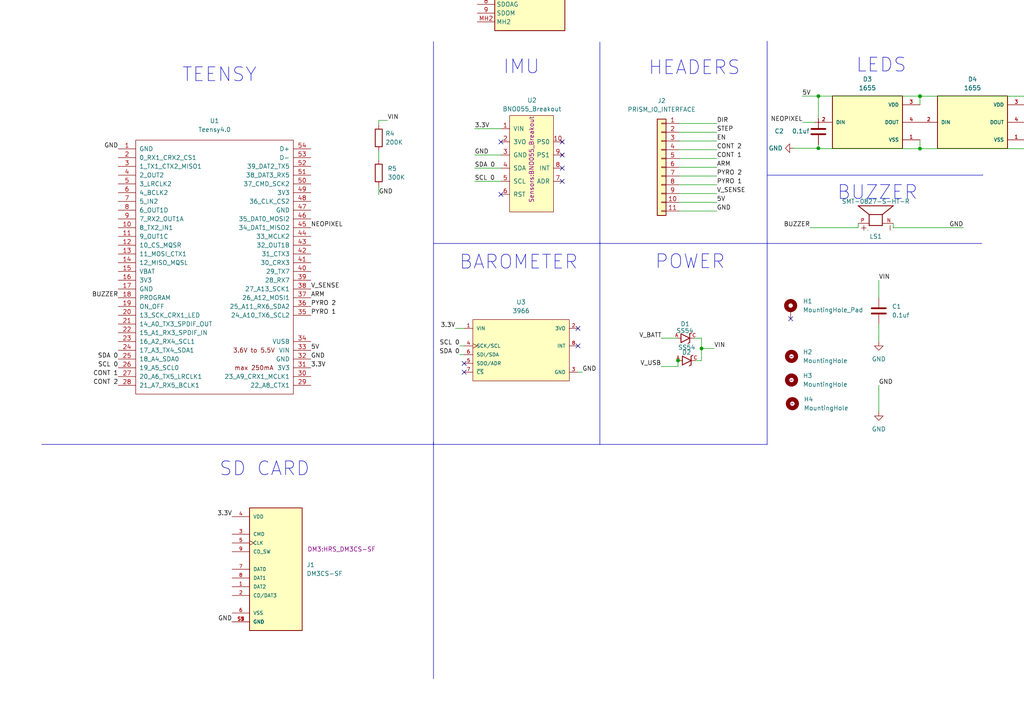
<source format=kicad_sch>
(kicad_sch (version 20230121) (generator eeschema)
  (paper "A4")
  (lib_symbols
    (symbol "BMP388:3966" (pin_names (offset 1.016))
      (property "Reference" "MD" (at 0 5.08 0))
      (property "Value" "3966" (at 0 7.62 0))
      (symbol "3966_1_1"
        (rectangle (start 5.08 2.54) (end 33.02 -15.24) (fill (type background)))
        (pin power_in line (at 2.54 0 0) (length 2.54) (name "VIN") (number "1"))
        (pin power_in line (at 35.56 0 180) (length 2.54) (name "3VO") (number "2"))
        (pin power_in line (at 35.56 -12.7 180) (length 2.54) (name "GND") (number "3"))
        (pin input clock (at 2.54 -5.08 0) (length 2.54) (name "SCK/SCL") (number "4"))
        (pin bidirectional line (at 2.54 -10.16 0) (length 2.54) (name "SDO/ADR") (number "5"))
        (pin bidirectional line (at 2.54 -7.62 0) (length 2.54) (name "SDI/SDA") (number "6"))
        (pin input line (at 2.54 -12.7 0) (length 2.54) (name "~{CS}") (number "7"))
        (pin output line (at 35.56 -5.08 180) (length 2.54) (name "INT") (number "8"))
      )
    )
    (symbol "Connector_Generic:Conn_01x11" (pin_names (offset 1.016) hide)
      (property "Reference" "J" (at 0 15.24 0))
      (property "Value" "Conn_01x11" (at 0 -15.24 0))
      (symbol "Conn_01x11_1_1"
        (rectangle (start -1.27 -12.573) (end 0 -12.827) (stroke (width 0.1524)))
        (rectangle (start -1.27 -10.033) (end 0 -10.287) (stroke (width 0.1524)))
        (rectangle (start -1.27 -7.493) (end 0 -7.747) (stroke (width 0.1524)))
        (rectangle (start -1.27 -4.953) (end 0 -5.207) (stroke (width 0.1524)))
        (rectangle (start -1.27 -2.413) (end 0 -2.667) (stroke (width 0.1524)))
        (rectangle (start -1.27 0.127) (end 0 -0.127) (stroke (width 0.1524)))
        (rectangle (start -1.27 2.667) (end 0 2.413) (stroke (width 0.1524)))
        (rectangle (start -1.27 5.207) (end 0 4.953) (stroke (width 0.1524)))
        (rectangle (start -1.27 7.747) (end 0 7.493) (stroke (width 0.1524)))
        (rectangle (start -1.27 10.287) (end 0 10.033) (stroke (width 0.1524)))
        (rectangle (start -1.27 12.827) (end 0 12.573) (stroke (width 0.1524)))
        (rectangle (start -1.27 13.97) (end 1.27 -13.97) (stroke (width 0.254)) (fill (type background)))
        (pin passive line (at -5.08 12.7 0) (length 3.81) (name "Pin_1") (number "1"))
        (pin passive line (at -5.08 -10.16 0) (length 3.81) (name "Pin_10") (number "10"))
        (pin passive line (at -5.08 -12.7 0) (length 3.81) (name "Pin_11") (number "11"))
        (pin passive line (at -5.08 10.16 0) (length 3.81) (name "Pin_2") (number "2"))
        (pin passive line (at -5.08 7.62 0) (length 3.81) (name "Pin_3") (number "3"))
        (pin passive line (at -5.08 5.08 0) (length 3.81) (name "Pin_4") (number "4"))
        (pin passive line (at -5.08 2.54 0) (length 3.81) (name "Pin_5") (number "5"))
        (pin passive line (at -5.08 0 0) (length 3.81) (name "Pin_6") (number "6"))
        (pin passive line (at -5.08 -2.54 0) (length 3.81) (name "Pin_7") (number "7"))
        (pin passive line (at -5.08 -5.08 0) (length 3.81) (name "Pin_8") (number "8"))
        (pin passive line (at -5.08 -7.62 0) (length 3.81) (name "Pin_9") (number "9"))
      )
    )
    (symbol "DM3:DM3CS-SF" (pin_names (offset 1.016))
      (property "Reference" "J" (at -7.6282 19.0976 0))
      (property "Value" "DM3CS-SF" (at -7.6357 -21.1508 0))
      (symbol "DM3CS-SF_0_0"
        (rectangle (start -7.62 -17.78) (end 7.62 17.78) (stroke (width 0.254)) (fill (type background)))
        (pin passive line (at -12.7 -5.08 0) (length 5.08) (name "DAT2") (number "1"))
        (pin passive line (at -12.7 -7.62 0) (length 5.08) (name "CD/DAT3") (number "2"))
        (pin passive line (at -12.7 10.16 0) (length 5.08) (name "CMD") (number "3"))
        (pin passive line (at -12.7 15.24 0) (length 5.08) (name "VDD") (number "4"))
        (pin passive clock (at -12.7 7.62 0) (length 5.08) (name "CLK") (number "5"))
        (pin passive line (at -12.7 -12.7 0) (length 5.08) (name "VSS") (number "6"))
        (pin passive line (at -12.7 0 0) (length 5.08) (name "DAT0") (number "7"))
        (pin passive line (at -12.7 -2.54 0) (length 5.08) (name "DAT1") (number "8"))
        (pin passive line (at -12.7 5.08 0) (length 5.08) (name "CD_SW") (number "9"))
        (pin passive line (at -12.7 -15.24 0) (length 5.08) (name "GND") (number "S1"))
        (pin passive line (at -12.7 -15.24 0) (length 5.08) (name "GND") (number "S2"))
        (pin passive line (at -12.7 -15.24 0) (length 5.08) (name "GND") (number "S3"))
        (pin passive line (at -12.7 -15.24 0) (length 5.08) (name "GND") (number "S5"))
      )
    )
    (symbol "Device:C" (pin_numbers hide) (pin_names (offset 0.254))
      (property "Reference" "C" (at 0.635 2.54 0))
      (property "Value" "C" (at 0.635 -2.54 0))
      (symbol "C_0_1"
        (polyline (pts (xy -2.032 -0.762) (xy 2.032 -0.762)) (stroke (width 0.508)))
        (polyline (pts (xy -2.032 0.762) (xy 2.032 0.762)) (stroke (width 0.508)))
      )
      (symbol "C_1_1"
        (pin passive line (at 0 3.81 270) (length 2.794) (name "~") (number "1"))
        (pin passive line (at 0 -3.81 90) (length 2.794) (name "~") (number "2"))
      )
    )
    (symbol "Device:R" (pin_numbers hide) (pin_names (offset 0))
      (property "Reference" "R" (at 2.032 0 90))
      (property "Value" "R" (at 0 0 90))
      (symbol "R_0_1"
        (rectangle (start -1.016 -2.54) (end 1.016 2.54) (stroke (width 0.254)))
      )
      (symbol "R_1_1"
        (pin passive line (at 0 3.81 270) (length 1.27) (name "~") (number "1"))
        (pin passive line (at 0 -3.81 90) (length 1.27) (name "~") (number "2"))
      )
    )
    (symbol "Device:SMT-0827-S-HT-R" (pin_names (offset 1.016))
      (property "Reference" "LS" (at -1.27 6.35 0))
      (property "Value" "SMT-0827-S-HT-R" (at -8.89 -12.7 0))
      (symbol "SMT-0827-S-HT-R_0_0"
        (polyline (pts (xy -3.175 -1.905) (xy -2.54 -1.905)) (stroke (width 0.254)))
        (polyline (pts (xy -3.175 1.905) (xy -3.175 -1.905)) (stroke (width 0.254)))
        (polyline (pts (xy -3.175 1.905) (xy -2.54 1.905)) (stroke (width 0.254)))
        (polyline (pts (xy -2.54 -2.54) (xy -2.54 -1.905)) (stroke (width 0.1524)))
        (polyline (pts (xy -2.54 -1.905) (xy 0 -1.905)) (stroke (width 0.254)))
        (polyline (pts (xy -2.54 1.905) (xy 0 1.905)) (stroke (width 0.254)))
        (polyline (pts (xy -2.54 2.54) (xy -2.54 1.905)) (stroke (width 0.1524)))
        (polyline (pts (xy 0 -1.905) (xy 0 1.905)) (stroke (width 0.254)))
        (polyline (pts (xy 0 -1.905) (xy 2.54 -5.08)) (stroke (width 0.254)))
        (polyline (pts (xy 0 1.905) (xy 2.54 5.08)) (stroke (width 0.254)))
        (polyline (pts (xy 2.54 -5.08) (xy 2.54 5.08)) (stroke (width 0.254)))
        (text "+" (at -5.08 2.54 0) (effects (font (size 1.778 1.778)) (justify left bottom)))
        (text "-" (at -5.08 -5.08 0) (effects (font (size 1.778 1.778)) (justify left bottom)))
        (pin passive line (at -2.54 -5.08 90) (length 2.54) (name "~") (number "N"))
        (pin passive line (at -2.54 5.08 270) (length 2.54) (name "~") (number "P"))
      )
    )
    (symbol "LED:WS2812B" (pin_names (offset 0.254))
      (property "Reference" "D" (at 5.08 5.715 0))
      (property "Value" "WS2812B" (at 1.27 -5.715 0))
      (symbol "WS2812B_0_0"
        (text "RGB" (at 2.286 -4.191 0) (effects (font (size 0.762 0.762))))
      )
      (symbol "WS2812B_0_1"
        (polyline (pts (xy 1.27 -3.556) (xy 1.778 -3.556)))
        (polyline (pts (xy 1.27 -2.54) (xy 1.778 -2.54)))
        (polyline (pts (xy 4.699 -3.556) (xy 2.667 -3.556)))
        (polyline (pts (xy 2.286 -2.54) (xy 1.27 -3.556) (xy 1.27 -3.048)))
        (polyline (pts (xy 2.286 -1.524) (xy 1.27 -2.54) (xy 1.27 -2.032)))
        (polyline (pts (xy 3.683 -1.016) (xy 3.683 -3.556) (xy 3.683 -4.064)))
        (polyline (pts (xy 4.699 -1.524) (xy 2.667 -1.524) (xy 3.683 -3.556) (xy 4.699 -1.524)))
        (rectangle (start 5.08 5.08) (end -5.08 -5.08) (stroke (width 0.254)) (fill (type background)))
      )
      (symbol "WS2812B_1_1"
        (pin power_in line (at 0 7.62 270) (length 2.54) (name "VDD") (number "1"))
        (pin output line (at 7.62 0 180) (length 2.54) (name "DOUT") (number "2"))
        (pin power_in line (at 0 -7.62 90) (length 2.54) (name "VSS") (number "3"))
        (pin input line (at -7.62 0 0) (length 2.54) (name "DIN") (number "4"))
      )
    )
    (symbol "LSM9DS1:3387"
      (property "Reference" "J" (at 26.67 7.62 0))
      (property "Value" "3387" (at 26.67 5.08 0))
      (symbol "3387_1_1"
        (rectangle (start 5.08 2.54) (end 25.4 -27.94) (stroke (width 0.254)) (fill (type background)))
        (pin passive line (at 0 -2.54 0) (length 5.08) (name "VIN") (number "1"))
        (pin passive line (at 30.48 -12.7 180) (length 5.08) (name "INTM") (number "10"))
        (pin passive line (at 30.48 -10.16 180) (length 5.08) (name "DRDY") (number "11"))
        (pin passive line (at 30.48 -7.62 180) (length 5.08) (name "INT1") (number "12"))
        (pin passive line (at 30.48 -5.08 180) (length 5.08) (name "INT2") (number "13"))
        (pin passive line (at 30.48 -2.54 180) (length 5.08) (name "DEN") (number "14"))
        (pin passive line (at 0 -5.08 0) (length 5.08) (name "3V3") (number "2"))
        (pin passive line (at 0 -7.62 0) (length 5.08) (name "GND") (number "3"))
        (pin passive line (at 0 -10.16 0) (length 5.08) (name "SCL") (number "4"))
        (pin passive line (at 0 -12.7 0) (length 5.08) (name "SDA") (number "5"))
        (pin passive line (at 0 -15.24 0) (length 5.08) (name "CSAG") (number "6"))
        (pin passive line (at 0 -17.78 0) (length 5.08) (name "CSM") (number "7"))
        (pin passive line (at 0 -20.32 0) (length 5.08) (name "SDOAG") (number "8"))
        (pin passive line (at 0 -22.86 0) (length 5.08) (name "SDOM") (number "9"))
        (pin passive line (at 0 0 0) (length 5.08) (name "MH1") (number "MH1"))
        (pin passive line (at 0 -25.4 0) (length 5.08) (name "MH2") (number "MH2"))
        (pin passive line (at 30.48 -15.24 180) (length 5.08) (name "MH3") (number "MH3"))
        (pin passive line (at 30.48 0 180) (length 5.08) (name "MH4") (number "MH4"))
      )
    )
    (symbol "Mechanical:MountingHole" (pin_names (offset 1.016))
      (property "Reference" "H" (at 0 5.08 0))
      (property "Value" "MountingHole" (at 0 3.175 0))
      (symbol "MountingHole_0_1"
        (circle (center 0 0) (radius 1.27) (stroke (width 1.27)))
      )
    )
    (symbol "Mechanical:MountingHole_Pad" (pin_numbers hide) (pin_names (offset 1.016) hide)
      (property "Reference" "H" (at 0 6.35 0))
      (property "Value" "MountingHole_Pad" (at 0 4.445 0))
      (symbol "MountingHole_Pad_0_1"
        (circle (center 0 1.27) (radius 1.27) (stroke (width 1.27)))
      )
      (symbol "MountingHole_Pad_1_1"
        (pin input line (at 0 -2.54 90) (length 2.54) (name "1") (number "1"))
      )
    )
    (symbol "REV2_SPRING_2022-rescue:BNO055_Breakout-Sensors_2021_2022" (pin_names (offset 1.016))
      (property "Reference" "U2" (at 0.127 17.145 0))
      (property "Value" "BNO055_Breakout" (at 0.127 14.605 0))
      (symbol "BNO055_Breakout-Sensors_2021_2022_1_1"
        (rectangle (start -6.35 12.7) (end 6.35 -15.24) (fill (type background)))
        (pin power_in line (at -8.89 8.89 0) (length 2.54) (name "VIN") (number "1"))
        (pin no_connect line (at 8.89 5.08 180) (length 2.54) (name "PS0") (number "10"))
        (pin power_out line (at -8.89 5.08 0) (length 2.54) (name "3VO") (number "2"))
        (pin power_in line (at -8.89 1.27 0) (length 2.54) (name "GND") (number "3"))
        (pin input line (at -8.89 -2.54 0) (length 2.54) (name "SDA") (number "4"))
        (pin input line (at -8.89 -6.35 0) (length 2.54) (name "SCL") (number "5"))
        (pin bidirectional line (at -8.89 -10.16 0) (length 2.54) (name "RST") (number "6"))
        (pin bidirectional line (at 8.89 -6.35 180) (length 2.54) (name "ADR") (number "7"))
        (pin output line (at 8.89 -2.54 180) (length 2.54) (name "INT") (number "8"))
        (pin no_connect line (at 8.89 1.27 180) (length 2.54) (name "PS1") (number "9"))
      )
    )
    (symbol "SS54:SS54" (pin_names (offset 1.016))
      (property "Reference" "D" (at 2.54 0.4826 0))
      (property "Value" "SS54" (at 2.54 -2.3114 0))
      (symbol "SS54_0_0"
        (polyline (pts (xy -2.54 0) (xy -1.27 0)) (stroke (width 0.1524)))
        (polyline (pts (xy -1.27 -1.27) (xy 1.27 0)) (stroke (width 0.254)))
        (polyline (pts (xy -1.27 0) (xy -1.27 -1.27)) (stroke (width 0.254)))
        (polyline (pts (xy -1.27 1.27) (xy -1.27 0)) (stroke (width 0.254)))
        (polyline (pts (xy 1.27 -1.27) (xy 0.762 -1.524)) (stroke (width 0.254)))
        (polyline (pts (xy 1.27 0) (xy -1.27 1.27)) (stroke (width 0.254)))
        (polyline (pts (xy 1.27 0) (xy 1.27 -1.27)) (stroke (width 0.254)))
        (polyline (pts (xy 1.27 1.27) (xy 1.27 0)) (stroke (width 0.254)))
        (polyline (pts (xy 1.27 1.27) (xy 1.778 1.524)) (stroke (width 0.254)))
        (polyline (pts (xy 2.54 0) (xy 1.27 0)) (stroke (width 0.1524)))
        (pin passive line (at -2.54 0 0) (length 0) (name "~") (number "A"))
        (pin passive line (at 2.54 0 180) (length 0) (name "~") (number "C"))
      )
    )
    (symbol "Teensy_4.1:Teensy4.0" (pin_names (offset 1.016))
      (property "Reference" "U" (at 0 39.37 0))
      (property "Value" "Teensy4.0" (at 0 -39.37 0))
      (symbol "Teensy4.0_0_0"
        (text "3.6V to 5.5V" (at 11.43 -24.13 0) (effects (font (size 1.27 1.27))))
        (text "max 250mA" (at 11.43 -29.21 0) (effects (font (size 1.27 1.27))))
        (pin bidirectional line (at -27.94 11.43 0) (length 5.08) (name "8_TX2_IN1") (number "10"))
        (pin bidirectional line (at -27.94 8.89 0) (length 5.08) (name "9_OUT1C") (number "11"))
        (pin bidirectional line (at -27.94 6.35 0) (length 5.08) (name "10_CS_MQSR") (number "12"))
        (pin bidirectional line (at -27.94 3.81 0) (length 5.08) (name "11_MOSI_CTX1") (number "13"))
        (pin bidirectional line (at -27.94 1.27 0) (length 5.08) (name "12_MISO_MQSL") (number "14"))
        (pin power_in line (at -27.94 -1.27 0) (length 5.08) (name "VBAT") (number "15"))
        (pin power_in line (at -27.94 -3.81 0) (length 5.08) (name "3V3") (number "16"))
        (pin power_in line (at -27.94 -6.35 0) (length 5.08) (name "GND") (number "17"))
        (pin input line (at -27.94 -8.89 0) (length 5.08) (name "PROGRAM") (number "18"))
        (pin input line (at -27.94 -11.43 0) (length 5.08) (name "ON_OFF") (number "19"))
        (pin bidirectional line (at -27.94 -13.97 0) (length 5.08) (name "13_SCK_CRX1_LED") (number "20"))
        (pin bidirectional line (at -27.94 -16.51 0) (length 5.08) (name "14_A0_TX3_SPDIF_OUT") (number "21"))
        (pin bidirectional line (at -27.94 -19.05 0) (length 5.08) (name "15_A1_RX3_SPDIF_IN") (number "22"))
        (pin bidirectional line (at -27.94 -21.59 0) (length 5.08) (name "16_A2_RX4_SCL1") (number "23"))
        (pin bidirectional line (at -27.94 -24.13 0) (length 5.08) (name "17_A3_TX4_SDA1") (number "24"))
        (pin bidirectional line (at -27.94 -26.67 0) (length 5.08) (name "18_A4_SDA0") (number "25"))
        (pin bidirectional line (at -27.94 -29.21 0) (length 5.08) (name "19_A5_SCL0") (number "26"))
        (pin bidirectional line (at -27.94 -31.75 0) (length 5.08) (name "20_A6_TX5_LRCLK1") (number "27"))
        (pin bidirectional line (at -27.94 -34.29 0) (length 5.08) (name "21_A7_RX5_BCLK1") (number "28"))
        (pin bidirectional line (at 27.94 -34.29 180) (length 5.08) (name "22_A8_CTX1") (number "29"))
        (pin bidirectional line (at 27.94 -31.75 180) (length 5.08) (name "23_A9_CRX1_MCLK1") (number "30"))
        (pin power_out line (at 27.94 -29.21 180) (length 5.08) (name "3V3") (number "31"))
        (pin power_in line (at 27.94 -26.67 180) (length 5.08) (name "GND") (number "32"))
        (pin power_in line (at 27.94 -24.13 180) (length 5.08) (name "VIN") (number "33"))
        (pin power_out line (at 27.94 -21.59 180) (length 5.08) (name "VUSB") (number "34"))
        (pin bidirectional line (at 27.94 -13.97 180) (length 5.08) (name "24_A10_TX6_SCL2") (number "35"))
        (pin bidirectional line (at 27.94 -11.43 180) (length 5.08) (name "25_A11_RX6_SDA2") (number "36"))
        (pin bidirectional line (at 27.94 -8.89 180) (length 5.08) (name "26_A12_MOSI1") (number "37"))
        (pin bidirectional line (at 27.94 -6.35 180) (length 5.08) (name "27_A13_SCK1") (number "38"))
        (pin bidirectional line (at 27.94 -3.81 180) (length 5.08) (name "28_RX7") (number "39"))
        (pin bidirectional line (at 27.94 -1.27 180) (length 5.08) (name "29_TX7") (number "40"))
        (pin bidirectional line (at 27.94 1.27 180) (length 5.08) (name "30_CRX3") (number "41"))
        (pin bidirectional line (at 27.94 3.81 180) (length 5.08) (name "31_CTX3") (number "42"))
        (pin bidirectional line (at 27.94 6.35 180) (length 5.08) (name "32_OUT1B") (number "43"))
        (pin bidirectional line (at 27.94 8.89 180) (length 5.08) (name "33_MCLK2") (number "44"))
        (pin bidirectional line (at 27.94 11.43 180) (length 5.08) (name "34_DAT1_MISO2") (number "45"))
        (pin bidirectional line (at 27.94 13.97 180) (length 5.08) (name "35_DAT0_MOSI2") (number "46"))
        (pin power_out line (at 27.94 16.51 180) (length 5.08) (name "GND") (number "47"))
        (pin bidirectional line (at 27.94 19.05 180) (length 5.08) (name "36_CLK_CS2") (number "48"))
        (pin power_out line (at 27.94 21.59 180) (length 5.08) (name "3V3") (number "49"))
        (pin bidirectional line (at -27.94 24.13 0) (length 5.08) (name "3_LRCLK2") (number "5"))
        (pin bidirectional line (at 27.94 24.13 180) (length 5.08) (name "37_CMD_SCK2") (number "50"))
        (pin bidirectional line (at 27.94 26.67 180) (length 5.08) (name "38_DAT3_RX5") (number "51"))
        (pin bidirectional line (at 27.94 29.21 180) (length 5.08) (name "39_DAT2_TX5") (number "52"))
        (pin bidirectional line (at 27.94 31.75 180) (length 5.08) (name "D-") (number "53"))
        (pin bidirectional line (at 27.94 34.29 180) (length 5.08) (name "D+") (number "54"))
        (pin bidirectional line (at -27.94 21.59 0) (length 5.08) (name "4_BCLK2") (number "6"))
        (pin bidirectional line (at -27.94 19.05 0) (length 5.08) (name "5_IN2") (number "7"))
        (pin bidirectional line (at -27.94 16.51 0) (length 5.08) (name "6_OUT1D") (number "8"))
        (pin bidirectional line (at -27.94 13.97 0) (length 5.08) (name "7_RX2_OUT1A") (number "9"))
      )
      (symbol "Teensy4.0_0_1"
        (rectangle (start -22.86 36.83) (end 22.86 -36.83))
        (rectangle (start -20.32 -31.75) (end -20.32 -31.75))
      )
      (symbol "Teensy4.0_1_1"
        (pin power_in line (at -27.94 34.29 0) (length 5.08) (name "GND") (number "1"))
        (pin bidirectional line (at -27.94 31.75 0) (length 5.08) (name "0_RX1_CRX2_CS1") (number "2"))
        (pin bidirectional line (at -27.94 29.21 0) (length 5.08) (name "1_TX1_CTX2_MISO1") (number "3"))
        (pin bidirectional line (at -27.94 26.67 0) (length 5.08) (name "2_OUT2") (number "4"))
      )
    )
    (symbol "neopixel:1655" (pin_names (offset 1.016))
      (property "Reference" "D" (at -10.1621 8.8923 0))
      (property "Value" "1655" (at -10.16 -8.89 0))
      (symbol "1655_0_0"
        (rectangle (start -10.16 -7.62) (end 10.16 7.62) (stroke (width 0.254)) (fill (type background)))
        (pin power_in line (at 15.24 -5.08 180) (length 5.08) (name "VSS") (number "1"))
        (pin input line (at -15.24 0 0) (length 5.08) (name "DIN") (number "2"))
        (pin power_in line (at 15.24 5.08 180) (length 5.08) (name "VDD") (number "3"))
        (pin output line (at 15.24 0 180) (length 5.08) (name "DOUT") (number "4"))
      )
    )
    (symbol "power:GND" (power) (pin_names (offset 0))
      (property "Value" "GND" (at 0 -3.81 0))
      (symbol "GND_0_1"
        (polyline (pts (xy 0 0) (xy 0 -1.27) (xy 1.27 -1.27) (xy 0 -2.54) (xy -1.27 -1.27) (xy 0 -1.27)))
      )
      (symbol "GND_1_1"
        (pin power_in line (at 0 0 270) (length 0) hide (name "GND") (number "1"))
      )
    )
  )
  (junction (at 266.8317 43.118))
  (junction (at 237.3686 42.991))
  (junction (at 196.6449 104.5757))
  (junction (at 266.8317 27.878))
  (junction (at 203.4621 101.0715))
  (junction (at 237.3686 27.878))
  (junction (at 266.8317 27.9045))
  (no_connect (at 163.068 44.958))
  (no_connect (at 163.068 48.768))
  (no_connect (at 145.288 41.148))
  (no_connect (at 167.64 95.25))
  (no_connect (at 167.64 100.33))
  (no_connect (at 134.62 105.41))
  (no_connect (at 134.62 107.95))
  (no_connect (at 163.068 41.148))
  (no_connect (at 229.3215 92.4449))
  (no_connect (at 163.068 52.578))
  (no_connect (at 145.288 56.388))
  (wire (pts (xy 254.889 93.98) (xy 254.889 99.06)))
  (wire (pts (xy 259.08 66.04) (xy 259.08 64.77)))
  (wire (pts (xy 251.714 66.675) (xy 251.714 66.802)))
  (polyline (pts (xy 12.065 128.905) (xy 125.73 128.905)))
  (wire (pts (xy 196.977 61.214) (xy 207.899 61.214)))
  (polyline (pts (xy 125.73 128.27) (xy 125.73 196.85)))
  (polyline (pts (xy 284.988 50.673) (xy 284.988 50.8)))
  (wire (pts (xy 266.8317 27.878) (xy 267.0866 27.878)))
  (wire (pts (xy 196.6988 104.4906) (xy 196.6449 104.5757)))
  (wire (pts (xy 109.855 34.925) (xy 109.855 36.195)))
  (wire (pts (xy 133.35 100.33) (xy 134.62 100.33)))
  (wire (pts (xy 196.6449 106.3005) (xy 196.6449 104.5757)))
  (wire (pts (xy 237.3686 27.878) (xy 237.3686 34.355)))
  (wire (pts (xy 196.977 43.434) (xy 207.899 43.434)))
  (wire (pts (xy 207.1209 101.0715) (xy 203.4621 101.0715)))
  (wire (pts (xy 254.889 111.76) (xy 254.889 119.38)))
  (wire (pts (xy 237.3686 43.118) (xy 266.8317 43.118)))
  (wire (pts (xy 230.3184 42.991) (xy 237.3686 42.991)))
  (wire (pts (xy 203.4621 104.5757) (xy 201.7249 104.5757)))
  (wire (pts (xy 109.855 43.815) (xy 109.855 46.355)))
  (wire (pts (xy 196.977 58.674) (xy 207.899 58.674)))
  (polyline (pts (xy 125.73 12.065) (xy 125.73 128.905)))
  (wire (pts (xy 191.9188 98.0826) (xy 191.9188 98.2372)))
  (polyline (pts (xy 173.99 70.612) (xy 222.504 70.612)))
  (polyline (pts (xy 173.99 12.192) (xy 173.99 70.612)))
  (wire (pts (xy 297.3117 30.3874) (xy 297.3117 27.9045)))
  (polyline (pts (xy 173.99 128.905) (xy 173.99 70.358)))
  (wire (pts (xy 196.977 45.974) (xy 207.899 45.974)))
  (polyline (pts (xy 222.504 11.938) (xy 222.504 70.612)))
  (wire (pts (xy 196.977 53.594) (xy 207.899 53.594)))
  (wire (pts (xy 196.977 48.514) (xy 207.899 48.514)))
  (wire (pts (xy 196.977 38.354) (xy 207.899 38.354)))
  (wire (pts (xy 167.64 107.95) (xy 168.91 107.95)))
  (wire (pts (xy 203.4621 101.0715) (xy 203.4621 104.5757)))
  (wire (pts (xy 145.288 37.338) (xy 137.668 37.338)))
  (polyline (pts (xy 125.73 70.612) (xy 173.99 70.612)))
  (wire (pts (xy 196.2326 98.0826) (xy 191.9188 98.0826)))
  (polyline (pts (xy 222.631 50.8) (xy 284.988 50.8)))
  (wire (pts (xy 297.3117 40.5474) (xy 297.3117 43.118)))
  (polyline (pts (xy 222.504 70.612) (xy 284.734 70.612)))
  (wire (pts (xy 191.7642 106.3005) (xy 196.6449 106.3005)))
  (wire (pts (xy 237.3686 27.878) (xy 266.8317 27.878)))
  (wire (pts (xy 137.668 52.578) (xy 145.288 52.578)))
  (wire (pts (xy 201.3126 98.0826) (xy 203.4621 98.0826)))
  (wire (pts (xy 237.3686 41.975) (xy 237.3686 42.991)))
  (wire (pts (xy 254.889 81.28) (xy 254.889 86.36)))
  (wire (pts (xy 132.08 95.25) (xy 134.62 95.25)))
  (wire (pts (xy 266.8317 40.5474) (xy 266.8317 43.118)))
  (wire (pts (xy 133.35 102.87) (xy 134.62 102.87)))
  (wire (pts (xy 297.3117 27.9045) (xy 266.8317 27.9045)))
  (wire (pts (xy 196.977 35.814) (xy 207.899 35.814)))
  (wire (pts (xy 248.92 66.04) (xy 248.92 64.77)))
  (wire (pts (xy 237.3686 42.991) (xy 237.3686 43.118)))
  (wire (pts (xy 203.4621 98.0826) (xy 203.4621 101.0715)))
  (wire (pts (xy 196.977 56.134) (xy 207.899 56.134)))
  (wire (pts (xy 266.8317 43.118) (xy 297.3117 43.118)))
  (wire (pts (xy 279.4 66.04) (xy 259.08 66.04)))
  (wire (pts (xy 145.288 44.958) (xy 137.668 44.958)))
  (polyline (pts (xy 173.99 128.905) (xy 222.504 128.905)))
  (wire (pts (xy 109.855 53.975) (xy 109.855 56.515)))
  (wire (pts (xy 266.8317 27.9045) (xy 266.8317 27.878)))
  (polyline (pts (xy 222.504 128.905) (xy 222.504 70.612)))
  (wire (pts (xy 232.7966 35.498) (xy 236.3517 35.4674)))
  (wire (pts (xy 196.977 40.894) (xy 207.899 40.894)))
  (wire (pts (xy 109.855 34.925) (xy 112.395 34.925)))
  (wire (pts (xy 145.288 48.768) (xy 137.668 48.768)))
  (wire (pts (xy 266.8317 30.3874) (xy 266.8317 27.9045)))
  (wire (pts (xy 232.6696 27.878) (xy 237.3686 27.878)))
  (polyline (pts (xy 125.73 128.905) (xy 173.99 128.905)))
  (wire (pts (xy 196.977 51.054) (xy 207.899 51.054)))
  (wire (pts (xy 234.95 66.04) (xy 248.92 66.04)))
  (text "BUZZER" (at 242.697 58.293 0) (effects (font (size 4 4)) (justify left bottom)))
  (text "TEENSY" (at 52.705 24.13 0) (effects (font (size 4 4)) (justify left bottom)))
  (text "HEADERS" (at 187.96 22.098 0) (effects (font (size 4 4)) (justify left bottom)))
  (text "SD CARD" (at 63.5 138.43 0) (effects (font (size 4 4)) (justify left bottom)))
  (text "POWER\n" (at 189.865 78.359 0) (effects (font (size 4 4)) (justify left bottom)))
  (text "LEDS" (at 248.158 21.336 0) (effects (font (size 4 4)) (justify left bottom)))
  (text "IMU" (at 145.796 21.844 0) (effects (font (size 4 4)) (justify left bottom)))
  (text "BAROMETER" (at 133.096 78.486 0) (effects (font (size 4 4)) (justify left bottom)))
  (label "GND" (at 109.855 56.515 0))
  (label "SCL 0" (at 34.29 106.68 180))
  (label "5V" (at 232.6696 27.878 0))
  (label "3.3V" (at 137.668 37.338 0))
  (label "VIN" (at 112.395 34.925 0))
  (label "PYRO 2" (at 207.899 51.054 0))
  (label "ARM" (at 90.17 86.36 0))
  (label "V_BATT" (at 191.9188 98.2372 180))
  (label "3.3V" (at 67.31 149.86 180))
  (label "BUZZER" (at 234.95 66.04 180))
  (label "SDA 0" (at 137.668 48.768 0))
  (label "V_SENSE" (at 207.899 56.134 0))
  (label "GND" (at 34.29 43.18 180))
  (label "V_SENSE" (at 90.17 83.82 0))
  (label "3.3V" (at 132.08 95.25 180))
  (label "SCL 0" (at 133.35 100.33 180))
  (label "CONT 2" (at 34.29 111.76 180))
  (label "3.3V" (at 90.17 106.68 0))
  (label "GND" (at 207.899 61.214 0))
  (label "CONT 2" (at 207.899 43.434 0))
  (label "SDA 0" (at 34.29 104.14 180))
  (label "5V" (at 90.17 101.6 0))
  (label "NEOPIXEL" (at 232.7966 35.498 180))
  (label "GND" (at 137.668 44.958 0))
  (label "GND" (at 254.889 111.76 0))
  (label "SDA 0" (at 133.35 102.87 180))
  (label "VIN" (at 207.1209 101.0715 0))
  (label "ARM" (at 207.899 48.514 0))
  (label "EN" (at 207.899 40.894 0))
  (label "V_USB" (at 191.7642 106.3005 180))
  (label "PYRO 1" (at 90.17 91.44 0))
  (label "GND" (at 90.17 104.14 0))
  (label "VIN" (at 254.889 81.28 0))
  (label "CONT 1" (at 34.29 109.22 180))
  (label "GND" (at 279.4 66.04 180))
  (label "GND" (at 168.91 107.95 0))
  (label "NEOPIXEL" (at 90.17 66.04 0))
  (label "PYRO 1" (at 207.899 53.594 0))
  (label "CONT 1" (at 207.899 45.974 0))
  (label "BUZZER" (at 34.29 86.36 180))
  (label "5V" (at 207.899 58.674 0))
  (label "STEP" (at 207.899 38.354 0))
  (label "PYRO 2" (at 90.17 88.9 0))
  (label "DIR" (at 207.899 35.814 0))
  (label "SCL 0" (at 137.668 52.578 0))
  (label "GND" (at 67.31 180.34 180))
  (symbol (lib_id "SS54:SS54") (at 198.7726 98.0826 0) (unit 1)
    (property "Reference" "D1" (at 198.7211 93.96 0))
    (property "Value" "SS54" (at 198.6696 95.9182 0))
    (property "Footprint" "JLC_footprints:DO-214AC" (effects hide))
    (property "Vendor" "C22452" (effects hide))
  )
  (symbol (lib_id "neopixel:1655") (at 251.5917 35.4674 0) (unit 1)
    (property "Reference" "D3" (at 251.5917 22.9774 0))
    (property "Value" "1655" (at 251.5917 25.5174 0))
    (property "Footprint" "LED_1655" (effects hide))
    (property "PARTREV" "01" (effects hide))
    (property "MANUFACTURER" "Adafruit Industries" (effects hide))
    (property "STANDARD" "Manufacturer recommendations" (effects hide))
    (property "MAXIMUM_PACKAGE_HEIGHT" "1.6 mm" (effects hide))
  )
  (symbol (lib_id "LED:WS2812B") (at 337.82 29.21 0) (unit 1)
    (property "Reference" "D?" (at 349.25 24.8793 0))
    (property "Value" "WS2812B" (at 349.25 27.4193 0))
    (property "Footprint" "LED_SMD:LED_WS2812B_PLCC4_5.0x5.0mm_P3.2mm" (effects hide))
    (property "Datasheet" "https://cdn-shop.adafruit.com/datasheets/WS2812B.pdf" (effects hide))
  )
  (symbol (lib_id "Connector_Generic:Conn_01x11") (at 191.897 48.514 0) (mirror y) (unit 1)
    (property "Reference" "J2" (at 191.897 29.21 0))
    (property "Value" "PRISM_IO_INTERFACE" (at 191.897 31.75 0))
  )
  (symbol (lib_id "Teensy_4.1:Teensy4.0") (at 62.23 77.47 0) (unit 1)
    (property "Reference" "U1" (at 62.23 35.052 0))
    (property "Value" "Teensy4.0" (at 62.23 37.592 0))
    (property "Footprint" "Teensy_4.1:Teensy40" (effects hide))
  )
  (symbol (lib_id "LSM9DS1:3387") (at 138.43 -19.05 0) (unit 1)
    (property "Reference" "J3" (at 153.67 -26.67 0))
    (property "Value" "3387" (at 153.67 -24.13 0))
    (property "Footprint" "3387" (effects hide))
    (property "Datasheet" "https://www.arrow.com/en/products/3387/adafruit-industries" (effects hide))
    (property "Height" "3" (effects hide))
    (property "Arrow Part Number" "3387" (effects hide))
    (property "Arrow Price/Stock" "https://www.arrow.com/en/products/3387/adafruit-industries" (effects hide))
    (property "Manufacturer_Name" "Adafruit" (effects hide))
    (property "Manufacturer_Part_Number" "3387" (effects hide))
  )
  (symbol (lib_id "neopixel:1655") (at 282.0717 35.4674 0) (unit 1)
    (property "Reference" "D4" (at 282.0717 22.9774 0))
    (property "Value" "1655" (at 282.0717 25.5174 0))
    (property "Footprint" "LED_1655" (effects hide))
    (property "PARTREV" "01" (effects hide))
    (property "MANUFACTURER" "Adafruit Industries" (effects hide))
    (property "STANDARD" "Manufacturer recommendations" (effects hide))
    (property "MAXIMUM_PACKAGE_HEIGHT" "1.6 mm" (effects hide))
  )
  (symbol (lib_id "Mechanical:MountingHole_Pad") (at 229.3215 89.9049 0) (unit 1)
    (property "Reference" "H1" (at 232.8775 87.3648 0) (effects (justify left)))
    (property "Value" "MountingHole_Pad" (at 232.8775 89.9048 0) (effects (justify left)))
    (property "Footprint" "MountingHole:MountingHole_3.2mm_M3_DIN965_Pad_TopBottom" (effects hide))
  )
  (symbol (lib_id "Device:SMT-0827-S-HT-R") (at 254 62.23 90) (unit 1)
    (property "Reference" "LS1" (at 254 68.58 90))
    (property "Value" "SMT-0827-S-HT-R" (at 254 58.42 90))
    (property "Footprint" "buzzer:XDCR_SMT-0827-S-HT-R" (effects hide))
    (property "STANDARD" "Manufacturer Recommendations" (effects hide))
    (property "MAXIMUM_PACKAGE_HEIGHT" "3.3mm" (effects hide))
    (property "MANUFACTURER" "PUI Audio" (effects hide))
    (property "PARTREV" "31/03/20" (effects hide))
  )
  (symbol (lib_id "Mechanical:MountingHole") (at 229.5755 103.3669 0) (unit 1)
    (property "Reference" "H2" (at 232.8775 102.0968 0) (effects (justify left)))
    (property "Value" "MountingHole" (at 232.8775 104.6368 0) (effects (justify left)))
    (property "Footprint" "MountingHole:MountingHole_3.2mm_M3_DIN965_Pad_TopBottom" (effects hide))
    (property "Datasheet" "~" (at 229.5755 103.3669 0))
  )
  (symbol (lib_id "Mechanical:MountingHole") (at 229.8295 117.0829 0) (unit 1)
    (property "Reference" "H4" (at 233.1315 115.8128 0) (effects (justify left)))
    (property "Value" "MountingHole" (at 233.1315 118.3528 0) (effects (justify left)))
    (property "Footprint" "MountingHole:MountingHole_3.2mm_M3_DIN965_Pad_TopBottom" (effects hide))
    (property "Datasheet" "~" (at 229.8295 117.0829 0))
  )
  (symbol (lib_id "DM3:DM3CS-SF") (at 80.01 165.1 0) (unit 1)
    (property "Reference" "J1" (at 88.9 163.8299 0) (effects (justify left)))
    (property "Value" "DM3CS-SF" (at 88.9 166.3699 0) (effects (justify left)))
    (property "Footprint" "DM3:HRS_DM3CS-SF" (at 99.06 160.02 0) (effects (justify bottom)))
    (property "MF" "Hirose" (effects hide))
    (property "DESCRIPTION" "CONN MICRO SD CARD HINGED TYPE" (effects hide))
    (property "PACKAGE" "None" (effects hide))
    (property "PRICE" "1.14 USD" (effects hide))
    (property "Package" "None" (effects hide))
    (property "Check_prices" "https://www.snapeda.com/parts/DM3CS-SF/Hirose+Electric+Co+Ltd/view-part/?ref=eda" (effects hide))
    (property "Availability" "In Stock" (effects hide))
    (property "Price" "None" (effects hide))
    (property "PARTREV" "n/a" (effects hide))
    (property "SnapEDA_Link" "https://www.snapeda.com/parts/DM3CS-SF/Hirose+Electric+Co+Ltd/view-part/?ref=snap" (effects hide))
    (property "MP" "DM3CS-SF" (effects hide))
    (property "Purchase-URL" "https://www.snapeda.com/api/url_track_click_mouser/?unipart_id=189585&manufacturer=Hirose&part_name=DM3CS-SF&search_term=dm3cs-sf" (effects hide))
    (property "Description" "\n10 (8 + 2) Position Card Connector Secure Digital - microSD™ Surface Mount, Right Angle Gold\n" (effects hide))
    (property "STANDARED" "manufacturer recommendation" (effects hide))
    (property "AVAILABILITY" "Good" (effects hide))
    (property "MANUFACTURER" "Hirose" (effects hide))
  )
  (symbol (lib_id "Device:C") (at 237.3686 38.165 180) (unit 1)
    (property "Reference" "C2" (at 227.3356 38.038 0) (effects (justify left)))
    (property "Value" "0.1uf" (at 234.8286 38.038 0) (effects (justify left)))
    (property "Footprint" "Capacitor_SMD:C_0603_1608Metric" (effects hide))
    (property "Vendor" "C14663" (effects hide))
  )
  (symbol (lib_id "Mechanical:MountingHole") (at 229.5755 110.2249 0) (unit 1)
    (property "Reference" "H3" (at 232.8775 108.9548 0) (effects (justify left)))
    (property "Value" "MountingHole" (at 232.8775 111.4948 0) (effects (justify left)))
    (property "Footprint" "MountingHole:MountingHole_3.2mm_M3_DIN965_Pad_TopBottom" (effects hide))
    (property "Datasheet" "~" (at 229.5755 110.2249 0))
  )
  (symbol (lib_id "Device:R") (at 109.855 40.005 0) (unit 1)
    (property "Reference" "R4" (at 111.76 38.7349 0) (effects (justify left)))
    (property "Value" "200K" (at 111.76 41.2749 0) (effects (justify left)))
    (property "Footprint" "Resistor_SMD:R_0603_1608Metric" (effects hide))
    (property "Vendor" "C25811" (effects hide))
  )
  (symbol (lib_id "BMP388:3966") (at 132.08 95.25 0) (unit 1)
    (property "Reference" "U3" (at 151.13 87.63 0))
    (property "Value" "3966" (at 151.13 90.17 0))
    (property "Footprint" "BMP388:Adafruit_Industries-3966-MFG" (effects hide))
    (property "Datasheet" "https://cdn-learn.adafruit.com/downloads/pdf/adafruit-bmp388-bmp390-bmp3xx.pdf?timestamp=1628517945" (effects hide))
    (property "automotive" "No" (effects hide))
    (property "category" "UNK" (effects hide))
    (property "device class L1" "Sensors" (effects hide))
    (property "device class L2" "Pressure Sensors" (effects hide))
    (property "device class L3" "unset" (effects hide))
    (property "digikey description" "BMP388 - PRECISION BAROMETRIC PR" (effects hide))
    (property "digikey part number" "1528-2733-ND" (effects hide))
    (property "lead free" "Yes" (effects hide))
    (property "library id" "4429725cd9347a7a" (effects hide))
    (property "manufacturer" "Adafruit Industries" (effects hide))
    (property "mouser part number" "485-3966" (effects hide))
    (property "package" "MODULE_25MM40_17MM78" (effects hide))
    (property "rohs" "Yes" (effects hide))
    (property "sensor output" "I2C,SPI" (effects hide))
  )
  (symbol (lib_id "Device:R") (at 109.855 50.165 0) (unit 1)
    (property "Reference" "R5" (at 112.395 48.8949 0) (effects (justify left)))
    (property "Value" "300K" (at 112.395 51.4349 0) (effects (justify left)))
    (property "Footprint" "Resistor_SMD:R_0603_1608Metric" (effects hide))
    (property "Vendor" "C23024" (effects hide))
  )
  (symbol (lib_id "power:GND") (at 254.889 119.38 0) (unit 1)
    (property "Reference" "#PWR02" (effects hide))
    (property "Value" "GND" (at 254.889 124.46 0))
  )
  (symbol (lib_id "power:GND") (at 230.3184 42.991 270) (unit 1)
    (property "Reference" "#PWR0101" (effects hide))
    (property "Value" "GND" (at 227.0164 42.9909 90) (effects (justify right)))
  )
  (symbol (lib_id "Device:C") (at 254.889 90.17 0) (unit 1)
    (property "Reference" "C1" (at 258.699 88.8999 0) (effects (justify left)))
    (property "Value" "0.1uf" (at 258.699 91.4399 0) (effects (justify left)))
    (property "Footprint" "Capacitor_SMD:C_0603_1608Metric" (effects hide))
    (property "Vendor" "C14663" (effects hide))
  )
  (symbol (lib_id "SS54:SS54") (at 199.1849 104.5757 0) (unit 1)
    (property "Reference" "D2" (at 199.1333 102.2052 0))
    (property "Value" "SS54" (at 199.1849 100.7623 0))
    (property "Footprint" "JLC_footprints:DO-214AC" (effects hide))
    (property "Vendor" "C22452" (effects hide))
  )
  (symbol (lib_id "REV2_SPRING_2022-rescue:BNO055_Breakout-Sensors_2021_2022") (at 154.178 46.228 0) (unit 1)
    (property "Reference" "U2" (at 154.305 29.083 0))
    (property "Value" "BNO055_Breakout" (at 154.305 31.623 0))
    (property "Footprint" "Sensors:BNO055_Breakout" (at 154.178 46.228 90))
  )
  (symbol (lib_id "power:GND") (at 254.889 99.06 0) (unit 1)
    (property "Reference" "#PWR01" (effects hide))
    (property "Value" "GND" (at 254.889 104.14 0))
  )
)
</source>
